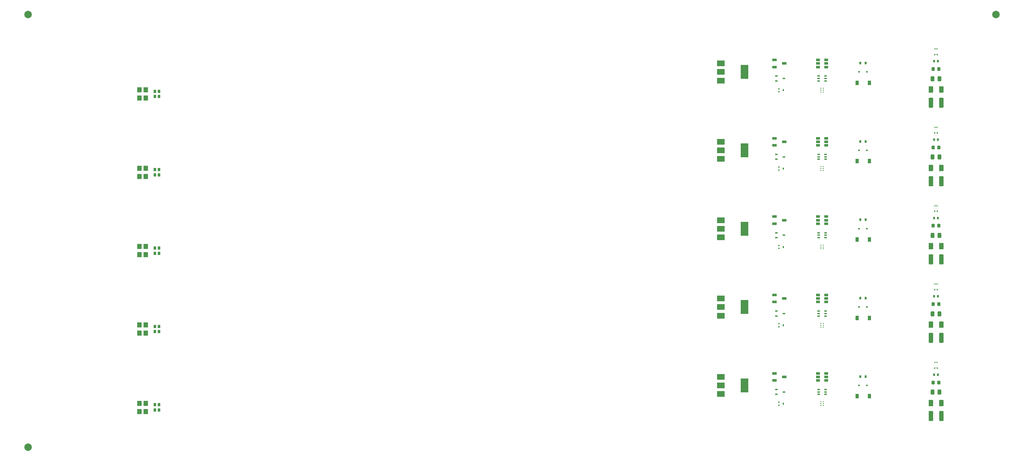
<source format=gbp>
G04 #@! TF.GenerationSoftware,KiCad,Pcbnew,8.0.2*
G04 #@! TF.CreationDate,2024-06-02T18:46:01+02:00*
G04 #@! TF.ProjectId,KeyboardUnitRuler-panel,4b657962-6f61-4726-9455-6e697452756c,rev?*
G04 #@! TF.SameCoordinates,Original*
G04 #@! TF.FileFunction,Paste,Bot*
G04 #@! TF.FilePolarity,Positive*
%FSLAX46Y46*%
G04 Gerber Fmt 4.6, Leading zero omitted, Abs format (unit mm)*
G04 Created by KiCad (PCBNEW 8.0.2) date 2024-06-02 18:46:01*
%MOMM*%
%LPD*%
G01*
G04 APERTURE LIST*
G04 Aperture macros list*
%AMRoundRect*
0 Rectangle with rounded corners*
0 $1 Rounding radius*
0 $2 $3 $4 $5 $6 $7 $8 $9 X,Y pos of 4 corners*
0 Add a 4 corners polygon primitive as box body*
4,1,4,$2,$3,$4,$5,$6,$7,$8,$9,$2,$3,0*
0 Add four circle primitives for the rounded corners*
1,1,$1+$1,$2,$3*
1,1,$1+$1,$4,$5*
1,1,$1+$1,$6,$7*
1,1,$1+$1,$8,$9*
0 Add four rect primitives between the rounded corners*
20,1,$1+$1,$2,$3,$4,$5,0*
20,1,$1+$1,$4,$5,$6,$7,0*
20,1,$1+$1,$6,$7,$8,$9,0*
20,1,$1+$1,$8,$9,$2,$3,0*%
G04 Aperture macros list end*
%ADD10C,2.000000*%
%ADD11RoundRect,0.218750X0.218750X0.256250X-0.218750X0.256250X-0.218750X-0.256250X0.218750X-0.256250X0*%
%ADD12R,0.700000X0.450000*%
%ADD13RoundRect,0.250000X0.375000X0.625000X-0.375000X0.625000X-0.375000X-0.625000X0.375000X-0.625000X0*%
%ADD14R,0.600000X0.700000*%
%ADD15R,1.220000X0.650000*%
%ADD16R,0.650000X0.400000*%
%ADD17R,0.600000X0.450000*%
%ADD18R,1.060000X0.650000*%
%ADD19R,0.330000X0.270000*%
%ADD20RoundRect,0.250000X0.375000X1.075000X-0.375000X1.075000X-0.375000X-1.075000X0.375000X-1.075000X0*%
%ADD21R,0.800000X0.900000*%
%ADD22R,1.200000X1.400000*%
%ADD23RoundRect,0.147500X0.147500X0.172500X-0.147500X0.172500X-0.147500X-0.172500X0.147500X-0.172500X0*%
%ADD24RoundRect,0.067500X0.067500X0.067500X-0.067500X0.067500X-0.067500X-0.067500X0.067500X-0.067500X0*%
%ADD25R,2.000000X1.500000*%
%ADD26R,2.000000X3.800000*%
%ADD27RoundRect,0.243750X0.243750X0.456250X-0.243750X0.456250X-0.243750X-0.456250X0.243750X-0.456250X0*%
%ADD28R,0.900000X1.200000*%
%ADD29RoundRect,0.079500X0.079500X0.100500X-0.079500X0.100500X-0.079500X-0.100500X0.079500X-0.100500X0*%
%ADD30R,0.450000X0.400000*%
%ADD31R,0.450000X0.500000*%
G04 APERTURE END LIST*
D10*
G04 #@! TO.C,KiKit_TO_1*
X2500000Y118750000D03*
G04 #@! TD*
G04 #@! TO.C,KiKit_TO_2*
X262247526Y118750000D03*
G04 #@! TD*
G04 #@! TO.C,KiKit_TO_3*
X2500000Y2500000D03*
G04 #@! TD*
D11*
G04 #@! TO.C,REF\u002A\u002A*
X246954738Y104114486D03*
X245379738Y104114486D03*
G04 #@! TD*
D12*
G04 #@! TO.C,REF\u002A\u002A*
X203352430Y100920372D03*
X203352430Y102220372D03*
X205352430Y101570372D03*
G04 #@! TD*
D13*
G04 #@! TO.C,REF\u002A\u002A*
X247567238Y77564486D03*
X244767238Y77564486D03*
G04 #@! TD*
D14*
G04 #@! TO.C,REF\u002A\u002A*
X227268806Y105720372D03*
X225868806Y105720372D03*
G04 #@! TD*
D15*
G04 #@! TO.C,REF\u002A\u002A*
X202792430Y62570372D03*
X202792430Y64470372D03*
X205412430Y63520372D03*
G04 #@! TD*
D16*
G04 #@! TO.C,REF\u002A\u002A*
X216552430Y18020372D03*
X216552430Y17370372D03*
X216552430Y16720372D03*
X214652430Y16720372D03*
X214652430Y17370372D03*
X214652430Y18020372D03*
G04 #@! TD*
D17*
G04 #@! TO.C,REF\u002A\u002A*
X227618806Y103320372D03*
X225518806Y103320372D03*
G04 #@! TD*
D12*
G04 #@! TO.C,REF\u002A\u002A*
X203352430Y79870372D03*
X203352430Y81170372D03*
X205352430Y80520372D03*
G04 #@! TD*
D18*
G04 #@! TO.C,*
X216702430Y43420372D03*
X216702430Y42470372D03*
X216702430Y41520372D03*
X214502430Y41520372D03*
X214502430Y42470372D03*
X214502430Y43420372D03*
G04 #@! TD*
D19*
G04 #@! TO.C,REF\u002A\u002A*
X215942430Y35770372D03*
X215942430Y35270372D03*
X215942430Y34770372D03*
X215262430Y34770372D03*
X215262430Y35270372D03*
X215262430Y35770372D03*
G04 #@! TD*
D11*
G04 #@! TO.C,REF\u002A\u002A*
X246954738Y40964486D03*
X245379738Y40964486D03*
G04 #@! TD*
D18*
G04 #@! TO.C,*
X216702430Y85520372D03*
X216702430Y84570372D03*
X216702430Y83620372D03*
X214502430Y83620372D03*
X214502430Y84570372D03*
X214502430Y85520372D03*
G04 #@! TD*
D20*
G04 #@! TO.C,REF\u002A\u002A*
X247567238Y95064486D03*
X244767238Y95064486D03*
G04 #@! TD*
D21*
G04 #@! TO.C,REF\u002A\u002A*
X36556471Y33575456D03*
X36556471Y34975456D03*
X37656471Y34975456D03*
X37656471Y33575456D03*
G04 #@! TD*
D22*
G04 #@! TO.C,REF\u002A\u002A*
X32356470Y96325456D03*
X32356470Y98525456D03*
X34056470Y98525456D03*
X34056470Y96325456D03*
G04 #@! TD*
D13*
G04 #@! TO.C,REF\u002A\u002A*
X247567238Y98614486D03*
X244767238Y98614486D03*
G04 #@! TD*
D14*
G04 #@! TO.C,REF\u002A\u002A*
X227268806Y63620372D03*
X225868806Y63620372D03*
G04 #@! TD*
G04 #@! TO.C,REF\u002A\u002A*
X227268806Y42570372D03*
X225868806Y42570372D03*
G04 #@! TD*
D11*
G04 #@! TO.C,REF\u002A\u002A*
X246954738Y83064486D03*
X245379738Y83064486D03*
G04 #@! TD*
D17*
G04 #@! TO.C,REF\u002A\u002A*
X227618806Y19120372D03*
X225518806Y19120372D03*
G04 #@! TD*
D23*
G04 #@! TO.C,REF\u002A\u002A*
X246652238Y106214486D03*
X245682238Y106214486D03*
G04 #@! TD*
D24*
G04 #@! TO.C,REF\u002A\u002A*
X246442238Y46364486D03*
X245892238Y46364486D03*
G04 #@! TD*
D25*
G04 #@! TO.C,REF\u002A\u002A*
X188452430Y79970372D03*
X188452430Y82270372D03*
X188452430Y84570372D03*
D26*
X194752430Y82270372D03*
G04 #@! TD*
D23*
G04 #@! TO.C,REF\u002A\u002A*
X246652238Y43064486D03*
X245682238Y43064486D03*
G04 #@! TD*
D27*
G04 #@! TO.C,REF\u002A\u002A*
X247104738Y38364486D03*
X245229738Y38364486D03*
G04 #@! TD*
D15*
G04 #@! TO.C,REF\u002A\u002A*
X202792430Y83620372D03*
X202792430Y85520372D03*
X205412430Y84570372D03*
G04 #@! TD*
D28*
G04 #@! TO.C,REF\u002A\u002A*
X228318806Y58320372D03*
X225018806Y58320372D03*
G04 #@! TD*
D29*
G04 #@! TO.C,REF\u002A\u002A*
X246512238Y65914486D03*
X245822238Y65914486D03*
G04 #@! TD*
D20*
G04 #@! TO.C,REF\u002A\u002A*
X247567238Y10864486D03*
X244767238Y10864486D03*
G04 #@! TD*
D28*
G04 #@! TO.C,REF\u002A\u002A*
X228318806Y79370372D03*
X225018806Y79370372D03*
G04 #@! TD*
D29*
G04 #@! TO.C,REF\u002A\u002A*
X246512238Y44864486D03*
X245822238Y44864486D03*
G04 #@! TD*
D20*
G04 #@! TO.C,REF\u002A\u002A*
X247567238Y74014486D03*
X244767238Y74014486D03*
G04 #@! TD*
D27*
G04 #@! TO.C,REF\u002A\u002A*
X247104738Y17314486D03*
X245229738Y17314486D03*
G04 #@! TD*
D11*
G04 #@! TO.C,REF\u002A\u002A*
X246954738Y62014486D03*
X245379738Y62014486D03*
G04 #@! TD*
D21*
G04 #@! TO.C,REF\u002A\u002A*
X36556471Y75675456D03*
X36556471Y77075456D03*
X37656471Y77075456D03*
X37656471Y75675456D03*
G04 #@! TD*
D23*
G04 #@! TO.C,REF\u002A\u002A*
X246652238Y22014486D03*
X245682238Y22014486D03*
G04 #@! TD*
D22*
G04 #@! TO.C,REF\u002A\u002A*
X32356470Y33175456D03*
X32356470Y35375456D03*
X34056470Y35375456D03*
X34056470Y33175456D03*
G04 #@! TD*
D27*
G04 #@! TO.C,REF\u002A\u002A*
X247104738Y80464486D03*
X245229738Y80464486D03*
G04 #@! TD*
D12*
G04 #@! TO.C,REF\u002A\u002A*
X203352430Y16720372D03*
X203352430Y18020372D03*
X205352430Y17370372D03*
G04 #@! TD*
D13*
G04 #@! TO.C,REF\u002A\u002A*
X247567238Y14414486D03*
X244767238Y14414486D03*
G04 #@! TD*
D15*
G04 #@! TO.C,REF\u002A\u002A*
X202792430Y104670372D03*
X202792430Y106570372D03*
X205412430Y105620372D03*
G04 #@! TD*
D29*
G04 #@! TO.C,REF\u002A\u002A*
X246512238Y23814486D03*
X245822238Y23814486D03*
G04 #@! TD*
D21*
G04 #@! TO.C,REF\u002A\u002A*
X36556471Y96725456D03*
X36556471Y98125456D03*
X37656471Y98125456D03*
X37656471Y96725456D03*
G04 #@! TD*
D25*
G04 #@! TO.C,REF\u002A\u002A*
X188452430Y37870372D03*
X188452430Y40170372D03*
X188452430Y42470372D03*
D26*
X194752430Y40170372D03*
G04 #@! TD*
D20*
G04 #@! TO.C,REF\u002A\u002A*
X247567238Y52964486D03*
X244767238Y52964486D03*
G04 #@! TD*
D16*
G04 #@! TO.C,REF\u002A\u002A*
X216552430Y81170372D03*
X216552430Y80520372D03*
X216552430Y79870372D03*
X214652430Y79870372D03*
X214652430Y80520372D03*
X214652430Y81170372D03*
G04 #@! TD*
D20*
G04 #@! TO.C,REF\u002A\u002A*
X247567238Y31914486D03*
X244767238Y31914486D03*
G04 #@! TD*
D19*
G04 #@! TO.C,REF\u002A\u002A*
X215942430Y14720372D03*
X215942430Y14220372D03*
X215942430Y13720372D03*
X215262430Y13720372D03*
X215262430Y14220372D03*
X215262430Y14720372D03*
G04 #@! TD*
D18*
G04 #@! TO.C,*
X216702430Y106570372D03*
X216702430Y105620372D03*
X216702430Y104670372D03*
X214502430Y104670372D03*
X214502430Y105620372D03*
X214502430Y106570372D03*
G04 #@! TD*
D24*
G04 #@! TO.C,REF\u002A\u002A*
X246442238Y67414486D03*
X245892238Y67414486D03*
G04 #@! TD*
D30*
G04 #@! TO.C,REF\u002A\u002A*
X204027430Y76970372D03*
X204027430Y77770372D03*
D31*
X205177430Y77370372D03*
G04 #@! TD*
D22*
G04 #@! TO.C,REF\u002A\u002A*
X32356470Y12125456D03*
X32356470Y14325456D03*
X34056470Y14325456D03*
X34056470Y12125456D03*
G04 #@! TD*
D30*
G04 #@! TO.C,REF\u002A\u002A*
X204027430Y13820372D03*
X204027430Y14620372D03*
D31*
X205177430Y14220372D03*
G04 #@! TD*
D22*
G04 #@! TO.C,REF\u002A\u002A*
X32356470Y75275456D03*
X32356470Y77475456D03*
X34056470Y77475456D03*
X34056470Y75275456D03*
G04 #@! TD*
D29*
G04 #@! TO.C,REF\u002A\u002A*
X246512238Y86964486D03*
X245822238Y86964486D03*
G04 #@! TD*
D14*
G04 #@! TO.C,REF\u002A\u002A*
X227268806Y21520372D03*
X225868806Y21520372D03*
G04 #@! TD*
D21*
G04 #@! TO.C,REF\u002A\u002A*
X36556471Y54625456D03*
X36556471Y56025456D03*
X37656471Y56025456D03*
X37656471Y54625456D03*
G04 #@! TD*
D12*
G04 #@! TO.C,REF\u002A\u002A*
X203352430Y37770372D03*
X203352430Y39070372D03*
X205352430Y38420372D03*
G04 #@! TD*
D16*
G04 #@! TO.C,REF\u002A\u002A*
X216552430Y102220372D03*
X216552430Y101570372D03*
X216552430Y100920372D03*
X214652430Y100920372D03*
X214652430Y101570372D03*
X214652430Y102220372D03*
G04 #@! TD*
D18*
G04 #@! TO.C,*
X216702430Y64470372D03*
X216702430Y63520372D03*
X216702430Y62570372D03*
X214502430Y62570372D03*
X214502430Y63520372D03*
X214502430Y64470372D03*
G04 #@! TD*
G04 #@! TO.C,*
X216702430Y22370372D03*
X216702430Y21420372D03*
X216702430Y20470372D03*
X214502430Y20470372D03*
X214502430Y21420372D03*
X214502430Y22370372D03*
G04 #@! TD*
D28*
G04 #@! TO.C,REF\u002A\u002A*
X228318806Y16220372D03*
X225018806Y16220372D03*
G04 #@! TD*
D30*
G04 #@! TO.C,REF\u002A\u002A*
X204027430Y55920372D03*
X204027430Y56720372D03*
D31*
X205177430Y56320372D03*
G04 #@! TD*
D16*
G04 #@! TO.C,REF\u002A\u002A*
X216552430Y39070372D03*
X216552430Y38420372D03*
X216552430Y37770372D03*
X214652430Y37770372D03*
X214652430Y38420372D03*
X214652430Y39070372D03*
G04 #@! TD*
D13*
G04 #@! TO.C,REF\u002A\u002A*
X247567238Y56514486D03*
X244767238Y56514486D03*
G04 #@! TD*
D28*
G04 #@! TO.C,REF\u002A\u002A*
X228318806Y37270372D03*
X225018806Y37270372D03*
G04 #@! TD*
D12*
G04 #@! TO.C,REF\u002A\u002A*
X203352430Y58820372D03*
X203352430Y60120372D03*
X205352430Y59470372D03*
G04 #@! TD*
D17*
G04 #@! TO.C,REF\u002A\u002A*
X227618806Y40170372D03*
X225518806Y40170372D03*
G04 #@! TD*
D13*
G04 #@! TO.C,REF\u002A\u002A*
X247567238Y35464486D03*
X244767238Y35464486D03*
G04 #@! TD*
D15*
G04 #@! TO.C,REF\u002A\u002A*
X202792430Y41520372D03*
X202792430Y43420372D03*
X205412430Y42470372D03*
G04 #@! TD*
D22*
G04 #@! TO.C,REF\u002A\u002A*
X32356470Y54225456D03*
X32356470Y56425456D03*
X34056470Y56425456D03*
X34056470Y54225456D03*
G04 #@! TD*
D19*
G04 #@! TO.C,REF\u002A\u002A*
X215942430Y56820372D03*
X215942430Y56320372D03*
X215942430Y55820372D03*
X215262430Y55820372D03*
X215262430Y56320372D03*
X215262430Y56820372D03*
G04 #@! TD*
D24*
G04 #@! TO.C,REF\u002A\u002A*
X246442238Y88464486D03*
X245892238Y88464486D03*
G04 #@! TD*
D28*
G04 #@! TO.C,REF\u002A\u002A*
X228318806Y100420372D03*
X225018806Y100420372D03*
G04 #@! TD*
D21*
G04 #@! TO.C,REF\u002A\u002A*
X36556471Y12525456D03*
X36556471Y13925456D03*
X37656471Y13925456D03*
X37656471Y12525456D03*
G04 #@! TD*
D16*
G04 #@! TO.C,REF\u002A\u002A*
X216552430Y60120372D03*
X216552430Y59470372D03*
X216552430Y58820372D03*
X214652430Y58820372D03*
X214652430Y59470372D03*
X214652430Y60120372D03*
G04 #@! TD*
D19*
G04 #@! TO.C,REF\u002A\u002A*
X215942430Y98920372D03*
X215942430Y98420372D03*
X215942430Y97920372D03*
X215262430Y97920372D03*
X215262430Y98420372D03*
X215262430Y98920372D03*
G04 #@! TD*
D15*
G04 #@! TO.C,REF\u002A\u002A*
X202792430Y20470372D03*
X202792430Y22370372D03*
X205412430Y21420372D03*
G04 #@! TD*
D30*
G04 #@! TO.C,REF\u002A\u002A*
X204027430Y98020372D03*
X204027430Y98820372D03*
D31*
X205177430Y98420372D03*
G04 #@! TD*
D23*
G04 #@! TO.C,REF\u002A\u002A*
X246652238Y64114486D03*
X245682238Y64114486D03*
G04 #@! TD*
D24*
G04 #@! TO.C,REF\u002A\u002A*
X246442238Y25314486D03*
X245892238Y25314486D03*
G04 #@! TD*
D17*
G04 #@! TO.C,REF\u002A\u002A*
X227618806Y82270372D03*
X225518806Y82270372D03*
G04 #@! TD*
D29*
G04 #@! TO.C,REF\u002A\u002A*
X246512238Y108014486D03*
X245822238Y108014486D03*
G04 #@! TD*
D24*
G04 #@! TO.C,REF\u002A\u002A*
X246442238Y109514486D03*
X245892238Y109514486D03*
G04 #@! TD*
D19*
G04 #@! TO.C,REF\u002A\u002A*
X215942430Y77870372D03*
X215942430Y77370372D03*
X215942430Y76870372D03*
X215262430Y76870372D03*
X215262430Y77370372D03*
X215262430Y77870372D03*
G04 #@! TD*
D25*
G04 #@! TO.C,REF\u002A\u002A*
X188452430Y16820372D03*
X188452430Y19120372D03*
X188452430Y21420372D03*
D26*
X194752430Y19120372D03*
G04 #@! TD*
D25*
G04 #@! TO.C,REF\u002A\u002A*
X188452430Y101020372D03*
X188452430Y103320372D03*
X188452430Y105620372D03*
D26*
X194752430Y103320372D03*
G04 #@! TD*
D11*
G04 #@! TO.C,REF\u002A\u002A*
X246954738Y19914486D03*
X245379738Y19914486D03*
G04 #@! TD*
D27*
G04 #@! TO.C,REF\u002A\u002A*
X247104738Y101514486D03*
X245229738Y101514486D03*
G04 #@! TD*
D23*
G04 #@! TO.C,REF\u002A\u002A*
X246652238Y85164486D03*
X245682238Y85164486D03*
G04 #@! TD*
D14*
G04 #@! TO.C,REF\u002A\u002A*
X227268806Y84670372D03*
X225868806Y84670372D03*
G04 #@! TD*
D25*
G04 #@! TO.C,REF\u002A\u002A*
X188452430Y58920372D03*
X188452430Y61220372D03*
X188452430Y63520372D03*
D26*
X194752430Y61220372D03*
G04 #@! TD*
D27*
G04 #@! TO.C,REF\u002A\u002A*
X247104738Y59414486D03*
X245229738Y59414486D03*
G04 #@! TD*
D17*
G04 #@! TO.C,REF\u002A\u002A*
X227618806Y61220372D03*
X225518806Y61220372D03*
G04 #@! TD*
D30*
G04 #@! TO.C,REF\u002A\u002A*
X204027430Y34870372D03*
X204027430Y35670372D03*
D31*
X205177430Y35270372D03*
G04 #@! TD*
M02*

</source>
